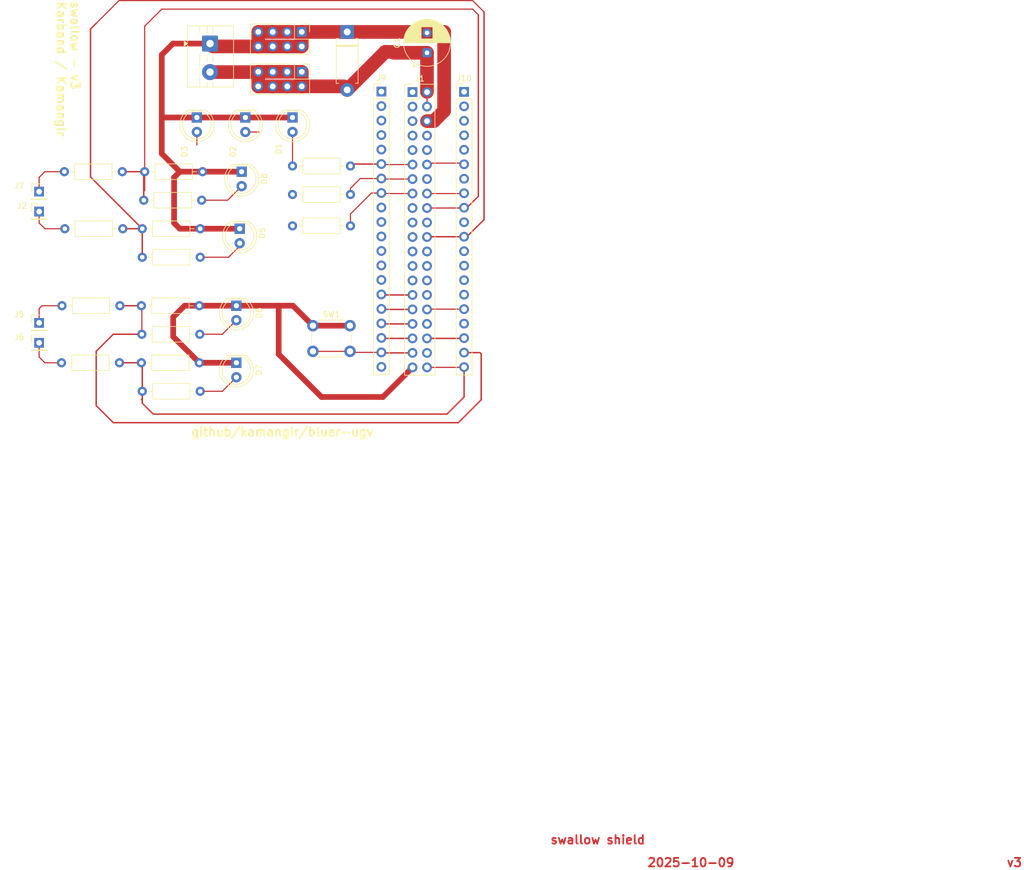
<source format=kicad_pcb>
(kicad_pcb (version 20241229) (generator "pcbnew") (generator_version "9.0")
  (layers (0 "F.Cu" signal) (2 "B.Cu" signal) (13 "F.Paste" user) (15 "B.Paste" user) (5 "F.SilkS" user "F.Silkscreen") (7 "B.SilkS" user "B.Silkscreen") (1 "F.Mask" user) (3 "B.Mask" user) (25 "Edge.Cuts" user))
  (net 0 "")
  (net 1 "Net-(D4-A)")
  (net 2 "Net-(D1-K)")
  (net 3 "Net-(D1-A)")
  (net 4 "Net-(D2-A)")
  (net 5 "Net-(D3-A)")
  (net 6 "Net-(D5-A)")
  (net 7 "Net-(D6-A)")
  (net 8 "Net-(D7-A)")
  (net 9 "Net-(D8-A)")
  (net 11 "Net-(J1-GPIO22)")
  (net 12 "Net-(J1-3V3-Pad1)")
  (net 14 "Net-(J1-PWM1{slash}GPIO13)")
  (net 16 "Net-(J1-GCLK2{slash}GPIO6)")
  (net 19 "Net-(J1-GPIO26)")
  (net 21 "Net-(J1-GPIO23)")
  (net 22 "Net-(J1-GPIO18{slash}PWM0)")
  (net 24 "Net-(J1-GCLK1{slash}GPIO5)")
  (net 26 "Net-(J1-GPIO16)")
  (net 27 "Net-(J1-PWM0{slash}GPIO12)")
  (net 30 "Net-(J1-GPIO19{slash}MISO1)")
  (net 33 "Net-(J2-Pin_1)")
  (net 34 "Net-(J5-Pin_1)")
  (net 35 "Net-(J6-Pin_1)")
  (net 36 "Net-(J7-Pin_1)")
  (net 61 "Net-(J1-GPIO21{slash}SCLK1)")
  (net 62 "Net-(J1-GPIO25)")
  (net 63 "Net-(J1-GPIO20{slash}MOSI1)")
  (net 64 "Net-(J1-GPIO24)")
  (footprint "LED_THT:LED_D5.0mm" (layer "F.Cu") (at 143.92 62.5 -90)
    (property "Reference" "D1" (at 5.5 2.42 90) (layer "F.SilkS"))
    (property "Value" "yellow")
    (pad "1" thru_hole rect (at 0 0 270) (size 1.8 1.8) (drill 0.9) (layers "*.Cu" "*.Mask") (net 2 "Net-(D1-K)"))
    (pad "2" thru_hole circle (at 2.54 0 270) (size 1.8 1.8) (drill 0.9) (layers "*.Cu" "*.Mask") (net 3 "Net-(D1-A)"))
  )
  (footprint "Resistor_THT:R_Axial_DIN0207_L6.3mm_D2.5mm_P10.16mm_Horizontal" (layer "F.Cu") (at 117.58 82)
    (property "Reference" "R5" (hide yes))
    (property "Value" "3.3 kohm")
    (pad "1" thru_hole circle (at 0 0) (size 1.6 1.6) (drill 0.8) (layers "*.Cu" "*.Mask") (net 62 "Net-(J1-GPIO25)"))
    (pad "2" thru_hole circle (at 10.16 0) (size 1.6 1.6) (drill 0.8) (layers "*.Cu" "*.Mask") (net 2 "Net-(D1-K)"))
  )
  (footprint "LED_THT:LED_D5.0mm" (layer "F.Cu") (at 134.08 95.5 -90)
    (property "Reference" "D6" (at 1.27 -3.96 90) (layer "F.SilkS"))
    (property "Value" "blue")
    (pad "1" thru_hole rect (at 0 0 270) (size 1.8 1.8) (drill 0.9) (layers "*.Cu" "*.Mask") (net 2 "Net-(D1-K)"))
    (pad "2" thru_hole circle (at 2.54 0 270) (size 1.8 1.8) (drill 0.9) (layers "*.Cu" "*.Mask") (net 7 "Net-(D6-A)"))
  )
  (footprint "Resistor_THT:R_Axial_DIN0207_L6.3mm_D2.5mm_P10.16mm_Horizontal" (layer "F.Cu") (at 103.42 105.5)
    (property "Reference" "R12" (hide yes))
    (property "Value" "2.2 kohm")
    (pad "1" thru_hole circle (at 0 0) (size 1.6 1.6) (drill 0.8) (layers "*.Cu" "*.Mask") (net 35 "Net-(J6-Pin_1)"))
    (pad "2" thru_hole circle (at 10.16 0) (size 1.6 1.6) (drill 0.8) (layers "*.Cu" "*.Mask") (net 61 "Net-(J1-GPIO21{slash}SCLK1)"))
  )
  (footprint "Connector_PinHeader_2.54mm:PinHeader_1x01_P2.54mm_Vertical" (layer "F.Cu") (at 99.5 102)
    (property "Reference" "J6" (at -3.5 -1 0) (layer "F.SilkS"))
    (property "Value" "echo4")
    (pad "1" thru_hole rect (at 0 0) (size 1.7 1.7) (drill 1) (layers "*.Cu" "*.Mask") (net 35 "Net-(J6-Pin_1)"))
  )
  (footprint "LED_THT:LED_D5.0mm" (layer "F.Cu") (at 135.655 62.5 -90)
    (property "Reference" "D2" (at 6 2.155 90) (layer "F.SilkS"))
    (property "Value" "red")
    (pad "1" thru_hole rect (at 0 0 270) (size 1.8 1.8) (drill 0.9) (layers "*.Cu" "*.Mask") (net 2 "Net-(D1-K)"))
    (pad "2" thru_hole circle (at 2.54 0 270) (size 1.8 1.8) (drill 0.9) (layers "*.Cu" "*.Mask") (net 4 "Net-(D2-A)"))
  )
  (footprint "Connector_PinHeader_2.54mm:PinHeader_1x20_P2.54mm_Vertical" (layer "F.Cu") (at 159.5 57.96)
    (property "Reference" "J9" (at 0 -2.38 0) (layer "F.SilkS"))
    (property "Value" "odds")
    (pad "1" thru_hole rect (at 0 0) (size 1.7 1.7) (drill 1) (layers "*.Cu" "*.Mask"))
    (pad "2" thru_hole circle (at 0 2.54) (size 1.7 1.7) (drill 1) (layers "*.Cu" "*.Mask"))
    (pad "3" thru_hole circle (at 0 5.08) (size 1.7 1.7) (drill 1) (layers "*.Cu" "*.Mask"))
    (pad "4" thru_hole circle (at 0 7.62) (size 1.7 1.7) (drill 1) (layers "*.Cu" "*.Mask"))
    (pad "5" thru_hole circle (at 0 10.16) (size 1.7 1.7) (drill 1) (layers "*.Cu" "*.Mask"))
    (pad "6" thru_hole circle (at 0 12.7) (size 1.7 1.7) (drill 1) (layers "*.Cu" "*.Mask") (net 1 "Net-(D4-A)"))
    (pad "7" thru_hole circle (at 0 15.24) (size 1.7 1.7) (drill 1) (layers "*.Cu" "*.Mask") (net 2 "Net-(D1-K)"))
    (pad "8" thru_hole circle (at 0 17.78) (size 1.7 1.7) (drill 1) (layers "*.Cu" "*.Mask") (net 11 "Net-(J1-GPIO22)"))
    (pad "9" thru_hole circle (at 0 20.32) (size 1.7 1.7) (drill 1) (layers "*.Cu" "*.Mask"))
    (pad "10" thru_hole circle (at 0 22.86) (size 1.7 1.7) (drill 1) (layers "*.Cu" "*.Mask"))
    (pad "11" thru_hole circle (at 0 25.4) (size 1.7 1.7) (drill 1) (layers "*.Cu" "*.Mask"))
    (pad "12" thru_hole circle (at 0 27.94) (size 1.7 1.7) (drill 1) (layers "*.Cu" "*.Mask"))
    (pad "13" thru_hole circle (at 0 30.48) (size 1.7 1.7) (drill 1) (layers "*.Cu" "*.Mask"))
    (pad "14" thru_hole circle (at 0 33.02) (size 1.7 1.7) (drill 1) (layers "*.Cu" "*.Mask"))
    (pad "15" thru_hole circle (at 0 35.56) (size 1.7 1.7) (drill 1) (layers "*.Cu" "*.Mask") (net 24 "Net-(J1-GCLK1{slash}GPIO5)"))
    (pad "16" thru_hole circle (at 0 38.1) (size 1.7 1.7) (drill 1) (layers "*.Cu" "*.Mask") (net 16 "Net-(J1-GCLK2{slash}GPIO6)"))
    (pad "17" thru_hole circle (at 0 40.64) (size 1.7 1.7) (drill 1) (layers "*.Cu" "*.Mask") (net 14 "Net-(J1-PWM1{slash}GPIO13)"))
    (pad "18" thru_hole circle (at 0 43.18) (size 1.7 1.7) (drill 1) (layers "*.Cu" "*.Mask") (net 30 "Net-(J1-GPIO19{slash}MISO1)"))
    (pad "19" thru_hole circle (at 0 45.72) (size 1.7 1.7) (drill 1) (layers "*.Cu" "*.Mask") (net 19 "Net-(J1-GPIO26)"))
    (pad "20" thru_hole circle (at 0 48.26) (size 1.7 1.7) (drill 1) (layers "*.Cu" "*.Mask"))
  )
  (footprint "Connector_PinHeader_2.54mm:PinHeader_2x20_P2.54mm_Vertical" (layer "F.Cu") (at 164.96 58.05)
    (property "Reference" "J1" (at 1.27 -2.38 0) (layer "F.SilkS"))
    (property "Value" "Raspberry_Pi_2_3")
    (pad "1" thru_hole rect (at 0 0) (size 1.7 1.7) (drill 1) (layers "*.Cu" "*.Mask") (net 12 "Net-(J1-3V3-Pad1)"))
    (pad "2" thru_hole circle (at 2.54 0) (size 1.7 1.7) (drill 1) (layers "*.Cu" "*.Mask") (net 1 "Net-(D4-A)"))
    (pad "3" thru_hole circle (at 0 2.54) (size 1.7 1.7) (drill 1) (layers "*.Cu" "*.Mask"))
    (pad "4" thru_hole circle (at 2.54 2.54) (size 1.7 1.7) (drill 1) (layers "*.Cu" "*.Mask") (net 1 "Net-(D4-A)"))
    (pad "5" thru_hole circle (at 0 5.08) (size 1.7 1.7) (drill 1) (layers "*.Cu" "*.Mask"))
    (pad "6" thru_hole circle (at 2.54 5.08) (size 1.7 1.7) (drill 1) (layers "*.Cu" "*.Mask") (net 2 "Net-(D1-K)"))
    (pad "7" thru_hole circle (at 0 7.62) (size 1.7 1.7) (drill 1) (layers "*.Cu" "*.Mask"))
    (pad "8" thru_hole circle (at 2.54 7.62) (size 1.7 1.7) (drill 1) (layers "*.Cu" "*.Mask"))
    (pad "9" thru_hole circle (at 0 10.16) (size 1.7 1.7) (drill 1) (layers "*.Cu" "*.Mask") (net 2 "Net-(D1-K)"))
    (pad "10" thru_hole circle (at 2.54 10.16) (size 1.7 1.7) (drill 1) (layers "*.Cu" "*.Mask"))
    (pad "11" thru_hole circle (at 0 12.7) (size 1.7 1.7) (drill 1) (layers "*.Cu" "*.Mask") (net 1 "Net-(D4-A)"))
    (pad "12" thru_hole circle (at 2.54 12.7) (size 1.7 1.7) (drill 1) (layers "*.Cu" "*.Mask") (net 22 "Net-(J1-GPIO18{slash}PWM0)"))
    (pad "13" thru_hole circle (at 0 15.24) (size 1.7 1.7) (drill 1) (layers "*.Cu" "*.Mask") (net 2 "Net-(D1-K)"))
    (pad "14" thru_hole circle (at 2.54 15.24) (size 1.7 1.7) (drill 1) (layers "*.Cu" "*.Mask") (net 2 "Net-(D1-K)"))
    (pad "15" thru_hole circle (at 0 17.78) (size 1.7 1.7) (drill 1) (layers "*.Cu" "*.Mask") (net 11 "Net-(J1-GPIO22)"))
    (pad "16" thru_hole circle (at 2.54 17.78) (size 1.7 1.7) (drill 1) (layers "*.Cu" "*.Mask") (net 21 "Net-(J1-GPIO23)"))
    (pad "17" thru_hole circle (at 0 20.32) (size 1.7 1.7) (drill 1) (layers "*.Cu" "*.Mask") (net 12 "Net-(J1-3V3-Pad1)"))
    (pad "18" thru_hole circle (at 2.54 20.32) (size 1.7 1.7) (drill 1) (layers "*.Cu" "*.Mask") (net 64 "Net-(J1-GPIO24)"))
    (pad "19" thru_hole circle (at 0 22.86) (size 1.7 1.7) (drill 1) (layers "*.Cu" "*.Mask"))
    (pad "20" thru_hole circle (at 2.54 22.86) (size 1.7 1.7) (drill 1) (layers "*.Cu" "*.Mask") (net 2 "Net-(D1-K)"))
    (pad "21" thru_hole circle (at 0 25.4) (size 1.7 1.7) (drill 1) (layers "*.Cu" "*.Mask"))
    (pad "22" thru_hole circle (at 2.54 25.4) (size 1.7 1.7) (drill 1) (layers "*.Cu" "*.Mask") (net 62 "Net-(J1-GPIO25)"))
    (pad "23" thru_hole circle (at 0 27.94) (size 1.7 1.7) (drill 1) (layers "*.Cu" "*.Mask"))
    (pad "24" thru_hole circle (at 2.54 27.94) (size 1.7 1.7) (drill 1) (layers "*.Cu" "*.Mask"))
    (pad "25" thru_hole circle (at 0 30.48) (size 1.7 1.7) (drill 1) (layers "*.Cu" "*.Mask") (net 2 "Net-(D1-K)"))
    (pad "26" thru_hole circle (at 2.54 30.48) (size 1.7 1.7) (drill 1) (layers "*.Cu" "*.Mask"))
    (pad "27" thru_hole circle (at 0 33.02) (size 1.7 1.7) (drill 1) (layers "*.Cu" "*.Mask"))
    (pad "28" thru_hole circle (at 2.54 33.02) (size 1.7 1.7) (drill 1) (layers "*.Cu" "*.Mask"))
    (pad "29" thru_hole circle (at 0 35.56) (size 1.7 1.7) (drill 1) (layers "*.Cu" "*.Mask") (net 24 "Net-(J1-GCLK1{slash}GPIO5)"))
    (pad "30" thru_hole circle (at 2.54 35.56) (size 1.7 1.7) (drill 1) (layers "*.Cu" "*.Mask") (net 2 "Net-(D1-K)"))
    (pad "31" thru_hole circle (at 0 38.1) (size 1.7 1.7) (drill 1) (layers "*.Cu" "*.Mask") (net 16 "Net-(J1-GCLK2{slash}GPIO6)"))
    (pad "32" thru_hole circle (at 2.54 38.1) (size 1.7 1.7) (drill 1) (layers "*.Cu" "*.Mask") (net 27 "Net-(J1-PWM0{slash}GPIO12)"))
    (pad "33" thru_hole circle (at 0 40.64) (size 1.7 1.7) (drill 1) (layers "*.Cu" "*.Mask") (net 14 "Net-(J1-PWM1{slash}GPIO13)"))
    (pad "34" thru_hole circle (at 2.54 40.64) (size 1.7 1.7) (drill 1) (layers "*.Cu" "*.Mask") (net 2 "Net-(D1-K)"))
    (pad "35" thru_hole circle (at 0 43.18) (size 1.7 1.7) (drill 1) (layers "*.Cu" "*.Mask") (net 30 "Net-(J1-GPIO19{slash}MISO1)"))
    (pad "36" thru_hole circle (at 2.54 43.18) (size 1.7 1.7) (drill 1) (layers "*.Cu" "*.Mask") (net 26 "Net-(J1-GPIO16)"))
    (pad "37" thru_hole circle (at 0 45.72) (size 1.7 1.7) (drill 1) (layers "*.Cu" "*.Mask") (net 19 "Net-(J1-GPIO26)"))
    (pad "38" thru_hole circle (at 2.54 45.72) (size 1.7 1.7) (drill 1) (layers "*.Cu" "*.Mask") (net 63 "Net-(J1-GPIO20{slash}MOSI1)"))
    (pad "39" thru_hole circle (at 0 48.26) (size 1.7 1.7) (drill 1) (layers "*.Cu" "*.Mask") (net 2 "Net-(D1-K)"))
    (pad "40" thru_hole circle (at 2.54 48.26) (size 1.7 1.7) (drill 1) (layers "*.Cu" "*.Mask") (net 61 "Net-(J1-GPIO21{slash}SCLK1)"))
  )
  (footprint "Capacitor_THT:CP_Radial_D8.0mm_P3.50mm" (layer "F.Cu") (at 167.5 51.152651 90)
    (property "Reference" "C1" (at 1.75 -5.25 90) (layer "F.SilkS"))
    (property "Value" "470 µF" (hide yes))
    (pad "1" thru_hole roundrect (at 0 0 90) (size 1.6 1.6) (drill 0.8) (layers "*.Cu" "*.Mask") (roundrect_rratio 0.15625) (net 1 "Net-(D4-A)"))
    (pad "2" thru_hole circle (at 3.5 0 90) (size 1.6 1.6) (drill 0.8) (layers "*.Cu" "*.Mask") (net 2 "Net-(D1-K)"))
  )
  (footprint "Resistor_THT:R_Axial_DIN0207_L6.3mm_D2.5mm_P10.16mm_Horizontal" (layer "F.Cu") (at 104 82)
    (property "Reference" "R4" (hide yes))
    (property "Value" "2.2 kohm")
    (pad "1" thru_hole circle (at 0 0) (size 1.6 1.6) (drill 0.8) (layers "*.Cu" "*.Mask") (net 33 "Net-(J2-Pin_1)"))
    (pad "2" thru_hole circle (at 10.16 0) (size 1.6 1.6) (drill 0.8) (layers "*.Cu" "*.Mask") (net 62 "Net-(J1-GPIO25)"))
  )
  (footprint "Resistor_THT:R_Axial_DIN0207_L6.3mm_D2.5mm_P10.16mm_Horizontal" (layer "F.Cu") (at 103.92 72)
    (property "Reference" "R15" (hide yes))
    (property "Value" "2.2 kohm")
    (pad "1" thru_hole circle (at 0 0) (size 1.6 1.6) (drill 0.8) (layers "*.Cu" "*.Mask") (net 36 "Net-(J7-Pin_1)"))
    (pad "2" thru_hole circle (at 10.16 0) (size 1.6 1.6) (drill 0.8) (layers "*.Cu" "*.Mask") (net 64 "Net-(J1-GPIO24)"))
  )
  (footprint "Resistor_THT:R_Axial_DIN0207_L6.3mm_D2.5mm_P10.16mm_Horizontal" (layer "F.Cu") (at 143.92 81.5)
    (property "Reference" "R3" (hide yes))
    (property "Value" "330 ohm")
    (pad "1" thru_hole circle (at 0 0) (size 1.6 1.6) (drill 0.8) (layers "*.Cu" "*.Mask") (net 5 "Net-(D3-A)"))
    (pad "2" thru_hole circle (at 10.16 0) (size 1.6 1.6) (drill 0.8) (layers "*.Cu" "*.Mask") (net 11 "Net-(J1-GPIO22)"))
  )
  (footprint "Resistor_THT:R_Axial_DIN0207_L6.3mm_D2.5mm_P10.16mm_Horizontal" (layer "F.Cu") (at 117.42 95.5)
    (property "Reference" "R7" (hide yes))
    (property "Value" "3.3 kohm")
    (pad "1" thru_hole circle (at 0 0) (size 1.6 1.6) (drill 0.8) (layers "*.Cu" "*.Mask") (net 63 "Net-(J1-GPIO20{slash}MOSI1)"))
    (pad "2" thru_hole circle (at 10.16 0) (size 1.6 1.6) (drill 0.8) (layers "*.Cu" "*.Mask") (net 2 "Net-(D1-K)"))
  )
  (footprint "Resistor_THT:R_Axial_DIN0207_L6.3mm_D2.5mm_P10.16mm_Horizontal" (layer "F.Cu") (at 128 77 180)
    (property "Reference" "R14" (hide yes))
    (property "Value" "330 ohm")
    (pad "1" thru_hole circle (at 0 0 180) (size 1.6 1.6) (drill 0.8) (layers "*.Cu" "*.Mask") (net 9 "Net-(D8-A)"))
    (pad "2" thru_hole circle (at 10.16 0 180) (size 1.6 1.6) (drill 0.8) (layers "*.Cu" "*.Mask") (net 64 "Net-(J1-GPIO24)"))
  )
  (footprint "Diode_THT:D_DO-15_P10.16mm_Horizontal" (layer "F.Cu") (at 153.5 47.5 -90)
    (property "Reference" "D4" (hide yes))
    (property "Value" "P6KE6.8A" (hide yes))
    (pad "1" thru_hole roundrect (at 0 0 270) (size 2.4 2.4) (drill 1.2) (layers "*.Cu" "*.Mask") (roundrect_rratio 0.104167) (net 2 "Net-(D1-K)"))
    (pad "2" thru_hole circle (at 10.16 0 270) (size 2.4 2.4) (drill 1.2) (layers "*.Cu" "*.Mask") (net 1 "Net-(D4-A)"))
  )
  (footprint "Connector_PinHeader_2.54mm:PinHeader_2x04_P2.54mm_Vertical" (layer "F.Cu") (at 145.54 54.5 -90)
    (property "Reference" "J4" (hide yes))
    (property "Value" "VCC" (hide yes))
    (pad "1" thru_hole rect (at 0 0 270) (size 1.7 1.7) (drill 1) (layers "*.Cu" "*.Mask") (net 1 "Net-(D4-A)"))
    (pad "2" thru_hole circle (at 2.54 0 270) (size 1.7 1.7) (drill 1) (layers "*.Cu" "*.Mask") (net 1 "Net-(D4-A)"))
    (pad "3" thru_hole circle (at 0 2.54 270) (size 1.7 1.7) (drill 1) (layers "*.Cu" "*.Mask") (net 1 "Net-(D4-A)"))
    (pad "4" thru_hole circle (at 2.54 2.54 270) (size 1.7 1.7) (drill 1) (layers "*.Cu" "*.Mask") (net 1 "Net-(D4-A)"))
    (pad "5" thru_hole circle (at 0 5.08 270) (size 1.7 1.7) (drill 1) (layers "*.Cu" "*.Mask") (net 1 "Net-(D4-A)"))
    (pad "6" thru_hole circle (at 2.54 5.08 270) (size 1.7 1.7) (drill 1) (layers "*.Cu" "*.Mask") (net 1 "Net-(D4-A)"))
    (pad "7" thru_hole circle (at 0 7.62 270) (size 1.7 1.7) (drill 1) (layers "*.Cu" "*.Mask") (net 1 "Net-(D4-A)"))
    (pad "8" thru_hole circle (at 2.54 7.62 270) (size 1.7 1.7) (drill 1) (layers "*.Cu" "*.Mask") (net 1 "Net-(D4-A)"))
  )
  (footprint "Connector_PinHeader_2.54mm:PinHeader_1x01_P2.54mm_Vertical" (layer "F.Cu") (at 99.5 98.5)
    (property "Reference" "J5" (at -3.5 -1.5 0) (layer "F.SilkS"))
    (property "Value" "echo3")
    (pad "1" thru_hole rect (at 0 0) (size 1.7 1.7) (drill 1) (layers "*.Cu" "*.Mask") (net 34 "Net-(J5-Pin_1)"))
  )
  (footprint "Connector_PinHeader_2.54mm:PinHeader_1x01_P2.54mm_Vertical" (layer "F.Cu") (at 99.5 79)
    (property "Reference" "J2" (at -3 -1 0) (layer "F.SilkS"))
    (property "Value" "echo2")
    (pad "1" thru_hole rect (at 0 0) (size 1.7 1.7) (drill 1) (layers "*.Cu" "*.Mask") (net 33 "Net-(J2-Pin_1)"))
  )
  (footprint "TerminalBlock:TerminalBlock_MaiXu_MX126-5.0-02P_1x02_P5.00mm" (layer "F.Cu") (at 129.46 49.54 -90)
    (property "Reference" "J8" (hide yes))
    (property "Value" "power terminal")
    (pad "1" thru_hole roundrect (at 0 0 270) (size 2.8 2.8) (drill 1.3) (layers "*.Cu" "*.Mask") (roundrect_rratio 0.089286) (net 2 "Net-(D1-K)"))
    (pad "2" thru_hole circle (at 5 0 270) (size 2.8 2.8) (drill 1.3) (layers "*.Cu" "*.Mask") (net 1 "Net-(D4-A)"))
  )
  (footprint "Resistor_THT:R_Axial_DIN0207_L6.3mm_D2.5mm_P10.16mm_Horizontal" (layer "F.Cu") (at 117.42 105.5)
    (property "Reference" "R10" (hide yes))
    (property "Value" "3.3 kohm")
    (pad "1" thru_hole circle (at 0 0) (size 1.6 1.6) (drill 0.8) (layers "*.Cu" "*.Mask") (net 61 "Net-(J1-GPIO21{slash}SCLK1)"))
    (pad "2" thru_hole circle (at 10.16 0) (size 1.6 1.6) (drill 0.8) (layers "*.Cu" "*.Mask") (net 2 "Net-(D1-K)"))
  )
  (footprint "Connector_PinHeader_2.54mm:PinHeader_1x20_P2.54mm_Vertical" (layer "F.Cu") (at 174 58)
    (property "Reference" "J10" (at 0 -2.38 0) (layer "F.SilkS"))
    (property "Value" "evens")
    (pad "1" thru_hole rect (at 0 0) (size 1.7 1.7) (drill 1) (layers "*.Cu" "*.Mask"))
    (pad "2" thru_hole circle (at 0 2.54) (size 1.7 1.7) (drill 1) (layers "*.Cu" "*.Mask"))
    (pad "3" thru_hole circle (at 0 5.08) (size 1.7 1.7) (drill 1) (layers "*.Cu" "*.Mask"))
    (pad "4" thru_hole circle (at 0 7.62) (size 1.7 1.7) (drill 1) (layers "*.Cu" "*.Mask"))
    (pad "5" thru_hole circle (at 0 10.16) (size 1.7 1.7) (drill 1) (layers "*.Cu" "*.Mask"))
    (pad "6" thru_hole circle (at 0 12.7) (size 1.7 1.7) (drill 1) (layers "*.Cu" "*.Mask") (net 22 "Net-(J1-GPIO18{slash}PWM0)"))
    (pad "7" thru_hole circle (at 0 15.24) (size 1.7 1.7) (drill 1) (layers "*.Cu" "*.Mask"))
    (pad "8" thru_hole circle (at 0 17.78) (size 1.7 1.7) (drill 1) (layers "*.Cu" "*.Mask") (net 21 "Net-(J1-GPIO23)"))
    (pad "9" thru_hole circle (at 0 20.32) (size 1.7 1.7) (drill 1) (layers "*.Cu" "*.Mask") (net 64 "Net-(J1-GPIO24)"))
    (pad "10" thru_hole circle (at 0 22.86) (size 1.7 1.7) (drill 1) (layers "*.Cu" "*.Mask"))
    (pad "11" thru_hole circle (at 0 25.4) (size 1.7 1.7) (drill 1) (layers "*.Cu" "*.Mask") (net 62 "Net-(J1-GPIO25)"))
    (pad "12" thru_hole circle (at 0 27.94) (size 1.7 1.7) (drill 1) (layers "*.Cu" "*.Mask"))
    (pad "13" thru_hole circle (at 0 30.48) (size 1.7 1.7) (drill 1) (layers "*.Cu" "*.Mask"))
    (pad "14" thru_hole circle (at 0 33.02) (size 1.7 1.7) (drill 1) (layers "*.Cu" "*.Mask"))
    (pad "15" thru_hole circle (at 0 35.56) (size 1.7 1.7) (drill 1) (layers "*.Cu" "*.Mask"))
    (pad "16" thru_hole circle (at 0 38.1) (size 1.7 1.7) (drill 1) (layers "*.Cu" "*.Mask") (net 27 "Net-(J1-PWM0{slash}GPIO12)"))
    (pad "17" thru_hole circle (at 0 40.64) (size 1.7 1.7) (drill 1) (layers "*.Cu" "*.Mask"))
    (pad "18" thru_hole circle (at 0 43.18) (size 1.7 1.7) (drill 1) (layers "*.Cu" "*.Mask") (net 26 "Net-(J1-GPIO16)"))
    (pad "19" thru_hole circle (at 0 45.72) (size 1.7 1.7) (drill 1) (layers "*.Cu" "*.Mask") (net 63 "Net-(J1-GPIO20{slash}MOSI1)"))
    (pad "20" thru_hole circle (at 0 48.26) (size 1.7 1.7) (drill 1) (layers "*.Cu" "*.Mask") (net 61 "Net-(J1-GPIO21{slash}SCLK1)"))
  )
  (footprint "Resistor_THT:R_Axial_DIN0207_L6.3mm_D2.5mm_P10.16mm_Horizontal" (layer "F.Cu") (at 118 72)
    (property "Reference" "R13" (hide yes))
    (property "Value" "3.3 kohm")
    (pad "1" thru_hole circle (at 0 0) (size 1.6 1.6) (drill 0.8) (layers "*.Cu" "*.Mask") (net 64 "Net-(J1-GPIO24)"))
    (pad "2" thru_hole circle (at 10.16 0) (size 1.6 1.6) (drill 0.8) (layers "*.Cu" "*.Mask") (net 2 "Net-(D1-K)"))
  )
  (footprint "Connector_PinHeader_2.54mm:PinHeader_1x01_P2.54mm_Vertical" (layer "F.Cu") (at 99.5 75.5)
    (property "Reference" "J7" (at -3.5 -1 0) (layer "F.SilkS"))
    (property "Value" "echo1")
    (pad "1" thru_hole rect (at 0 0) (size 1.7 1.7) (drill 1) (layers "*.Cu" "*.Mask") (net 36 "Net-(J7-Pin_1)"))
  )
  (footprint "Resistor_THT:R_Axial_DIN0207_L6.3mm_D2.5mm_P10.16mm_Horizontal" (layer "F.Cu") (at 143.92 71)
    (property "Reference" "R1" (hide yes))
    (property "Value" "330 ohm")
    (pad "1" thru_hole circle (at 0 0) (size 1.6 1.6) (drill 0.8) (layers "*.Cu" "*.Mask") (net 3 "Net-(D1-A)"))
    (pad "2" thru_hole circle (at 10.16 0) (size 1.6 1.6) (drill 0.8) (layers "*.Cu" "*.Mask") (net 1 "Net-(D4-A)"))
  )
  (footprint "Resistor_THT:R_Axial_DIN0207_L6.3mm_D2.5mm_P10.16mm_Horizontal" (layer "F.Cu") (at 127.66 100.5 180)
    (property "Reference" "R8" (hide yes))
    (property "Value" "330 ohm")
    (pad "1" thru_hole circle (at 0 0 180) (size 1.6 1.6) (drill 0.8) (layers "*.Cu" "*.Mask") (net 7 "Net-(D6-A)"))
    (pad "2" thru_hole circle (at 10.16 0 180) (size 1.6 1.6) (drill 0.8) (layers "*.Cu" "*.Mask") (net 63 "Net-(J1-GPIO20{slash}MOSI1)"))
  )
  (footprint "LED_THT:LED_D5.0mm" (layer "F.Cu") (at 134.08 105.5 -90)
    (property "Reference" "D7" (at 1.27 -3.96 90) (layer "F.SilkS"))
    (property "Value" "blue")
    (pad "1" thru_hole rect (at 0 0 270) (size 1.8 1.8) (drill 0.9) (layers "*.Cu" "*.Mask") (net 2 "Net-(D1-K)"))
    (pad "2" thru_hole circle (at 2.54 0 270) (size 1.8 1.8) (drill 0.9) (layers "*.Cu" "*.Mask") (net 8 "Net-(D7-A)"))
  )
  (footprint "Resistor_THT:R_Axial_DIN0207_L6.3mm_D2.5mm_P10.16mm_Horizontal" (layer "F.Cu") (at 117.58 110.5)
    (property "Reference" "R11" (hide yes))
    (property "Value" "330 ohm")
    (pad "1" thru_hole circle (at 0 0) (size 1.6 1.6) (drill 0.8) (layers "*.Cu" "*.Mask") (net 61 "Net-(J1-GPIO21{slash}SCLK1)"))
    (pad "2" thru_hole circle (at 10.16 0) (size 1.6 1.6) (drill 0.8) (layers "*.Cu" "*.Mask") (net 8 "Net-(D7-A)"))
  )
  (footprint "LED_THT:LED_D5.0mm" (layer "F.Cu") (at 134.66 82 -90)
    (property "Reference" "D5" (at 0.77 -3.96 90) (layer "F.SilkS"))
    (property "Value" "blue")
    (pad "1" thru_hole rect (at 0 0 270) (size 1.8 1.8) (drill 0.9) (layers "*.Cu" "*.Mask") (net 2 "Net-(D1-K)"))
    (pad "2" thru_hole circle (at 2.54 0 270) (size 1.8 1.8) (drill 0.9) (layers "*.Cu" "*.Mask") (net 6 "Net-(D5-A)"))
  )
  (footprint "Resistor_THT:R_Axial_DIN0207_L6.3mm_D2.5mm_P10.16mm_Horizontal" (layer "F.Cu") (at 103.5 95.5)
    (property "Reference" "R9" (hide yes))
    (property "Value" "2.2 kohm")
    (pad "1" thru_hole circle (at 0 0) (size 1.6 1.6) (drill 0.8) (layers "*.Cu" "*.Mask") (net 34 "Net-(J5-Pin_1)"))
    (pad "2" thru_hole circle (at 10.16 0) (size 1.6 1.6) (drill 0.8) (layers "*.Cu" "*.Mask") (net 63 "Net-(J1-GPIO20{slash}MOSI1)"))
  )
  (footprint "LED_THT:LED_D5.0mm" (layer "F.Cu") (at 135 72 -90)
    (property "Reference" "D8" (at 1.27 -3.96 90) (layer "F.SilkS"))
    (property "Value" "blue")
    (pad "1" thru_hole rect (at 0 0 270) (size 1.8 1.8) (drill 0.9) (layers "*.Cu" "*.Mask") (net 2 "Net-(D1-K)"))
    (pad "2" thru_hole circle (at 2.54 0 270) (size 1.8 1.8) (drill 0.9) (layers "*.Cu" "*.Mask") (net 9 "Net-(D8-A)"))
  )
  (footprint "LED_THT:LED_D5.0mm" (layer "F.Cu") (at 127.155 62.5 -90)
    (property "Reference" "D3" (at 6 2.155 90) (layer "F.SilkS"))
    (property "Value" "green")
    (pad "1" thru_hole rect (at 0 0 270) (size 1.8 1.8) (drill 0.9) (layers "*.Cu" "*.Mask") (net 2 "Net-(D1-K)"))
    (pad "2" thru_hole circle (at 2.54 0 270) (size 1.8 1.8) (drill 0.9) (layers "*.Cu" "*.Mask") (net 5 "Net-(D3-A)"))
  )
  (footprint "Resistor_THT:R_Axial_DIN0207_L6.3mm_D2.5mm_P10.16mm_Horizontal" (layer "F.Cu") (at 117.58 87)
    (property "Reference" "R6" (hide yes))
    (property "Value" "330 ohm")
    (pad "1" thru_hole circle (at 0 0) (size 1.6 1.6) (drill 0.8) (layers "*.Cu" "*.Mask") (net 62 "Net-(J1-GPIO25)"))
    (pad "2" thru_hole circle (at 10.16 0) (size 1.6 1.6) (drill 0.8) (layers "*.Cu" "*.Mask") (net 6 "Net-(D5-A)"))
  )
  (footprint "Button_Switch_THT:SW_PUSH_6mm" (layer "F.Cu") (at 147.5 99)
    (property "Reference" "SW1" (at 3.25 -2 0) (layer "F.SilkS"))
    (property "Value" "SW_Push")
    (pad "1" thru_hole circle (at 0 0 90) (size 2 2) (drill 1.1) (layers "*.Cu" "*.Mask") (net 2 "Net-(D1-K)"))
    (pad "1" thru_hole circle (at 6.5 0 90) (size 2 2) (drill 1.1) (layers "*.Cu" "*.Mask") (net 2 "Net-(D1-K)"))
    (pad "2" thru_hole circle (at 0 4.5 90) (size 2 2) (drill 1.1) (layers "*.Cu" "*.Mask") (net 19 "Net-(J1-GPIO26)"))
    (pad "2" thru_hole circle (at 6.5 4.5 90) (size 2 2) (drill 1.1) (layers "*.Cu" "*.Mask") (net 19 "Net-(J1-GPIO26)"))
  )
  (footprint "Connector_PinHeader_2.54mm:PinHeader_2x04_P2.54mm_Vertical" (layer "F.Cu") (at 145.54 47.5 -90)
    (property "Reference" "J3" (hide yes))
    (property "Value" "ground" (hide yes))
    (pad "1" thru_hole rect (at 0 0 270) (size 1.7 1.7) (drill 1) (layers "*.Cu" "*.Mask") (net 2 "Net-(D1-K)"))
    (pad "2" thru_hole circle (at 2.54 0 270) (size 1.7 1.7) (drill 1) (layers "*.Cu" "*.Mask") (net 2 "Net-(D1-K)"))
    (pad "3" thru_hole circle (at 0 2.54 270) (size 1.7 1.7) (drill 1) (layers "*.Cu" "*.Mask") (net 2 "Net-(D1-K)"))
    (pad "4" thru_hole circle (at 2.54 2.54 270) (size 1.7 1.7) (drill 1) (layers "*.Cu" "*.Mask") (net 2 "Net-(D1-K)"))
    (pad "5" thru_hole circle (at 0 5.08 270) (size 1.7 1.7) (drill 1) (layers "*.Cu" "*.Mask") (net 2 "Net-(D1-K)"))
    (pad "6" thru_hole circle (at 2.54 5.08 270) (size 1.7 1.7) (drill 1) (layers "*.Cu" "*.Mask") (net 2 "Net-(D1-K)"))
    (pad "7" thru_hole circle (at 0 7.62 270) (size 1.7 1.7) (drill 1) (layers "*.Cu" "*.Mask") (net 2 "Net-(D1-K)"))
    (pad "8" thru_hole circle (at 2.54 7.62 270) (size 1.7 1.7) (drill 1) (layers "*.Cu" "*.Mask") (net 2 "Net-(D1-K)"))
  )
  (footprint "Resistor_THT:R_Axial_DIN0207_L6.3mm_D2.5mm_P10.16mm_Horizontal" (layer "F.Cu") (at 143.92 76)
    (property "Reference" "R2" (hide yes))
    (property "Value" "330 ohm")
    (pad "1" thru_hole circle (at 0 0) (size 1.6 1.6) (drill 0.8) (layers "*.Cu" "*.Mask") (net 4 "Net-(D2-A)"))
    (pad "2" thru_hole circle (at 10.16 0) (size 1.6 1.6) (drill 0.8) (layers "*.Cu" "*.Mask") (net 2 "Net-(D1-K)"))
  )
  (gr_line (start 167.5 58) (end 167.5 51.152651) (stroke (width 2.4)) (layer "F.Cu") (net 1))
  (gr_line (start 167.5 70.5) (end 174 70.5) (stroke (width 0.2)) (layer "F.Cu") (net 22))
  (gr_text "swallow shield" (at 189 190 0) (layer "F.Cu") (effects (font (size 1.5 1.5) (thickness 0.3) (bold yes)) (justify left bottom)))
  (gr_text "v3" (at 269 194 0) (layer "F.Cu") (effects (font (size 1.5 1.5) (thickness 0.3) (bold yes)) (justify left bottom)))
  (gr_text "2025-10-09" (at 206 194 0) (layer "F.Cu") (effects (font (size 1.5 1.5) (thickness 0.3) (bold yes)) (justify left bottom)))
  (gr_text "github/kamangir/bluer-ugv" (at 126 118.5 0) (layer "F.SilkS") (effects (font (size 1.5 1.5) (thickness 0.3) (bold yes)) (justify left bottom)))
  (gr_text "swallow - v3\nKarband / Kamangir" (at 102.5 42 270) (layer "F.SilkS") (effects (font (size 1.5 1.5) (thickness 0.3) (bold yes)) (justify left bottom)))
  (segment (start 159.5 70.66) (end 154.42 70.66) (width 0.25) (layer "F.Cu") (net 1))
  (segment (start 137.88 54.54) (end 137.92 54.5) (width 2.4) (layer "F.Cu") (net 1))
  (segment (start 160.16 51) (end 161.5 51) (width 2.4) (layer "F.Cu") (net 1))
  (segment (start 137.92 54.5) (end 140.46 54.5) (width 2.4) (layer "F.Cu") (net 1))
  (segment (start 145.54 57.04) (end 143 57.04) (width 2.4) (layer "F.Cu") (net 1))
  (segment (start 140.46 54.5) (end 143 54.5) (width 2.4) (layer "F.Cu") (net 1))
  (segment (start 143 54.5) (end 145.54 54.5) (width 2.4) (layer "F.Cu") (net 1))
  (segment (start 129.46 54.54) (end 137.88 54.54) (width 2.4) (layer "F.Cu") (net 1))
  (segment (start 140.46 57.04) (end 137.92 57.04) (width 2.4) (layer "F.Cu") (net 1))
  (segment (start 164.96 70.75) (end 159.59 70.75) (width 0.2) (layer "F.Cu") (net 1))
  (segment (start 152.88 57.04) (end 153.5 57.66) (width 2.4) (layer "F.Cu") (net 1))
  (segment (start 161.652651 51.152651) (end 167.5 51.152651) (width 2.4) (layer "F.Cu") (net 1))
  (segment (start 145.54 57.04) (end 152.88 57.04) (width 2.4) (layer "F.Cu") (net 1))
  (segment (start 145.54 54.5) (end 145.54 57.04) (width 2.4) (layer "F.Cu") (net 1))
  (segment (start 160.16 51) (end 153.5 57.66) (width 2.4) (layer "F.Cu") (net 1))
  (segment (start 167.5 60.59) (end 167.5 58.05) (width 0.2) (layer "F.Cu") (net 1))
  (segment (start 154.42 70.66) (end 154.08 71) (width 0.2) (layer "F.Cu") (net 1))
  (segment (start 161.5 51) (end 161.652651 51.152651) (width 0.2) (layer "F.Cu") (net 1))
  (segment (start 143 57.04) (end 140.46 57.04) (width 2.4) (layer "F.Cu") (net 1))
  (segment (start 137.92 57.04) (end 137.92 54.5) (width 2.4) (layer "F.Cu") (net 1))
  (segment (start 137.92 47.5) (end 137.92 50.04) (width 2.4) (layer "F.Cu") (net 2))
  (segment (start 123 100.92) (end 123 97.5) (width 1) (layer "F.Cu") (net 2))
  (segment (start 127.58 105.5) (end 134.08 105.5) (width 1) (layer "F.Cu") (net 2))
  (segment (start 170.5 61.332081) (end 168.702081 63.13) (width 2.4) (layer "F.Cu") (net 2))
  (segment (start 129.96 50.04) (end 129.46 49.54) (width 0.2) (layer "F.Cu") (net 2))
  (segment (start 128.16 72) (end 135 72) (width 1) (layer "F.Cu") (net 2))
  (segment (start 123.16 73) (end 124.16 72) (width 1) (layer "F.Cu") (net 2))
  (segment (start 141.5 104) (end 141.5 95.5) (width 1) (layer "F.Cu") (net 2))
  (segment (start 123.16 81) (end 123.16 73) (width 1) (layer "F.Cu") (net 2))
  (segment (start 143 50.04) (end 145.54 50.04) (width 2.4) (layer "F.Cu") (net 2))
  (segment (start 135.655 62.5) (end 143.92 62.5) (width 1) (layer "F.Cu") (net 2))
  (segment (start 124.16 72) (end 128.16 72) (width 1) (layer "F.Cu") (net 2))
  (segment (start 147.5 99) (end 154 99) (width 1) (layer "F.Cu") (net 2))
  (segment (start 149 111.5) (end 141.5 104) (width 1) (layer "F.Cu") (net 2))
  (segment (start 159.77 111.5) (end 149 111.5) (width 1) (layer "F.Cu") (net 2))
  (segment (start 125 95.5) (end 127.58 95.5) (width 1) (layer "F.Cu") (net 2))
  (segment (start 167.652651 47.5) (end 170.5 47.5) (width 2.4) (layer "F.Cu") (net 2))
  (segment (start 127.74 82) (end 124.16 82) (width 1) (layer "F.Cu") (net 2))
  (segment (start 140.46 47.5) (end 137.92 47.5) (width 2.4) (layer "F.Cu") (net 2))
  (segment (start 143 47.5) (end 145.54 47.5) (width 2.4) (layer "F.Cu") (net 2))
  (segment (start 155.8 73.2) (end 154.08 74.92) (width 0.2) (layer "F.Cu") (net 2))
  (segment (start 137.92 50.04) (end 140.46 50.04) (width 2.4) (layer "F.Cu") (net 2))
  (segment (start 122.96 49.54) (end 121 51.5) (width 1) (layer "F.Cu") (net 2))
  (segment (start 167.347349 47.5) (end 167.5 47.652651) (width 2.4) (layer "F.Cu") (net 2))
  (segment (start 168.702081 63.13) (end 167.5 63.13) (width 2.4) (layer "F.Cu") (net 2))
  (segment (start 143 95.5) (end 141.5 95.5) (width 1) (layer "F.Cu") (net 2))
  (segment (start 127.155 62.5) (end 135.655 62.5) (width 1) (layer "F.Cu") (net 2))
  (segment (start 159.5 73.2) (end 155.8 73.2) (width 0.2) (layer "F.Cu") (net 2))
  (segment (start 127.155 62.5) (end 121.5 62.5) (width 1) (layer "F.Cu") (net 2))
  (segment (start 121 68.84) (end 124.16 72) (width 1) (layer "F.Cu") (net 2))
  (segment (start 121 51.5) (end 121 62) (width 1) (layer "F.Cu") (net 2))
  (segment (start 153.5 47.5) (end 145.54 47.5) (width 2.4) (layer "F.Cu") (net 2))
  (segment (start 154.08 74.92) (end 154.08 76) (width 0.2) (layer "F.Cu") (net 2))
  (segment (start 124.16 82) (end 123.16 81) (width 1) (layer "F.Cu") (net 2))
  (segment (start 164.96 73.29) (end 159.59 73.29) (width 0.2) (layer "F.Cu") (net 2))
  (segment (start 164.96 106.31) (end 159.77 111.5) (width 1) (layer "F.Cu") (net 2))
  (segment (start 147.5 99) (end 144 95.5) (width 1) (layer "F.Cu") (net 2))
  (segment (start 140.46 50.04) (end 143 50.04) (width 2.4) (layer "F.Cu") (net 2))
  (segment (start 121.5 62.5) (end 121 62) (width 0.2) (layer "F.Cu") (net 2))
  (segment (start 134.16 82) (end 134.66 82.5) (width 0.2) (layer "F.Cu") (net 2))
  (segment (start 127.58 105.5) (end 123 100.92) (width 1) (layer "F.Cu") (net 2))
  (segment (start 167.5 47.652651) (end 167.652651 47.5) (width 2.4) (layer "F.Cu") (net 2))
  (segment (start 121 62) (end 121 68.84) (width 1) (layer "F.Cu") (net 2))
  (segment (start 123 97.5) (end 125 95.5) (width 1) (layer "F.Cu") (net 2))
  (segment (start 153.5 47.5) (end 167.347349 47.5) (width 2.4) (layer "F.Cu") (net 2))
  (segment (start 127.74 82) (end 134.16 82) (width 1) (layer "F.Cu") (net 2))
  (segment (start 137.92 50.04) (end 129.96 50.04) (width 2.4) (layer "F.Cu") (net 2))
  (segment (start 143 47.5) (end 140.46 47.5) (width 2.4) (layer "F.Cu") (net 2))
  (segment (start 127.58 95.5) (end 134.08 95.5) (width 1) (layer "F.Cu") (net 2))
  (segment (start 141.5 95.5) (end 134.08 95.5) (width 1) (layer "F.Cu") (net 2))
  (segment (start 170.5 47.5) (end 170.5 61.332081) (width 2.4) (layer "F.Cu") (net 2))
  (segment (start 145.54 50.04) (end 145.54 47.5) (width 2.4) (layer "F.Cu") (net 2))
  (segment (start 129.46 49.54) (end 122.96 49.54) (width 1) (layer "F.Cu") (net 2))
  (segment (start 144 95.5) (end 143 95.5) (width 1) (layer "F.Cu") (net 2))
  (segment (start 143.92 71) (end 143.92 65.04) (width 0.2) (layer "F.Cu") (net 3))
  (segment (start 138.04 65.04) (end 135.655 65.04) (width 0.2) (layer "F.Cu") (net 4))
  (segment (start 127.155 67.315) (end 127.155 65.04) (width 0.2) (layer "F.Cu") (net 5))
  (segment (start 132.7 87) (end 134.66 85.04) (width 0.2) (layer "F.Cu") (net 6))
  (segment (start 134.66 85.04) (end 134.66 84.54) (width 0.2) (layer "F.Cu") (net 6))
  (segment (start 127.74 87) (end 132.7 87) (width 0.2) (layer "F.Cu") (net 6))
  (segment (start 127.66 100.5) (end 131.62 100.5) (width 0.2) (layer "F.Cu") (net 7))
  (segment (start 131.62 100.5) (end 134.08 98.04) (width 0.2) (layer "F.Cu") (net 7))
  (segment (start 131.62 110.5) (end 134.08 108.04) (width 0.2) (layer "F.Cu") (net 8))
  (segment (start 127.74 110.5) (end 131.62 110.5) (width 0.2) (layer "F.Cu") (net 8))
  (segment (start 132.54 77) (end 135 74.54) (width 0.2) (layer "F.Cu") (net 9))
  (segment (start 128 77) (end 132.54 77) (width 0.2) (layer "F.Cu") (net 9))
  (segment (start 157.76 75.74) (end 154.08 79.42) (width 0.2) (layer "F.Cu") (net 11))
  (segment (start 164.96 75.83) (end 159.59 75.83) (width 0.2) (layer "F.Cu") (net 11))
  (segment (start 159.5 75.74) (end 157.76 75.74) (width 0.2) (layer "F.Cu") (net 11))
  (segment (start 154.08 79.42) (end 154.08 81.5) (width 0.2) (layer "F.Cu") (net 11))
  (segment (start 159.59 98.69) (end 159.5 98.6) (width 0.2) (layer "F.Cu") (net 14))
  (segment (start 164.96 98.69) (end 159.59 98.69) (width 0.25) (layer "F.Cu") (net 14))
  (segment (start 159.59 96.15) (end 159.5 96.06) (width 0.2) (layer "F.Cu") (net 16))
  (segment (start 164.96 96.15) (end 159.59 96.15) (width 0.25) (layer "F.Cu") (net 16))
  (segment (start 164.96 103.77) (end 159.59 103.77) (width 0.25) (layer "F.Cu") (net 19))
  (segment (start 154 103.5) (end 147.5 103.5) (width 0.2) (layer "F.Cu") (net 19))
  (segment (start 159.59 103.77) (end 159.5 103.68) (width 0.2) (layer "F.Cu") (net 19))
  (segment (start 159.5 103.68) (end 154.18 103.68) (width 0.2) (layer "F.Cu") (net 19))
  (segment (start 154.18 103.68) (end 154 103.5) (width 0.2) (layer "F.Cu") (net 19))
  (segment (start 167.5 75.83) (end 173.95 75.83) (width 0.2) (layer "F.Cu") (net 21))
  (segment (start 173.95 75.83) (end 174 75.78) (width 0.2) (layer "F.Cu") (net 21))
  (segment (start 173.78 76.5) (end 174.5 75.78) (width 0.2) (layer "F.Cu") (net 21))
  (segment (start 167.5 70.75) (end 167.55 70.7) (width 0.2) (layer "F.Cu") (net 22))
  (segment (start 159.59 93.61) (end 159.5 93.52) (width 0.2) (layer "F.Cu") (net 24))
  (segment (start 164.96 93.61) (end 159.59 93.61) (width 0.25) (layer "F.Cu") (net 24))
  (segment (start 174.32 101) (end 174.5 101.18) (width 0.25) (layer "F.Cu") (net 26))
  (segment (start 173.95 101.23) (end 174 101.18) (width 0.25) (layer "F.Cu") (net 26))
  (segment (start 167.5 101.23) (end 173.95 101.23) (width 0.25) (layer "F.Cu") (net 26))
  (segment (start 167.5 101.23) (end 167.73 101) (width 0.25) (layer "F.Cu") (net 26))
  (segment (start 172.95 96.1) (end 173 96.15) (width 0.2) (layer "F.Cu") (net 27))
  (segment (start 167.55 96.1) (end 172.95 96.1) (width 0.2) (layer "F.Cu") (net 27))
  (segment (start 167.5 96.15) (end 167.55 96.1) (width 0.2) (layer "F.Cu") (net 27))
  (segment (start 159.59 101.23) (end 159.5 101.14) (width 0.2) (layer "F.Cu") (net 30))
  (segment (start 164.96 101.23) (end 159.59 101.23) (width 0.25) (layer "F.Cu") (net 30))
  (segment (start 99.5 81) (end 99.5 79) (width 0.2) (layer "F.Cu") (net 33))
  (segment (start 104 82) (end 100.5 82) (width 0.2) (layer "F.Cu") (net 33))
  (segment (start 100.5 82) (end 99.5 81) (width 0.2) (layer "F.Cu") (net 33))
  (segment (start 103.5 95.5) (end 100 95.5) (width 0.2) (layer "F.Cu") (net 34))
  (segment (start 99.5 96) (end 99.5 98.5) (width 0.2) (layer "F.Cu") (net 34))
  (segment (start 100 95.5) (end 99.5 96) (width 0.2) (layer "F.Cu") (net 34))
  (segment (start 100.5 105.5) (end 99.5 104.5) (width 0.2) (layer "F.Cu") (net 35))
  (segment (start 99.92 102) (end 99.5 102) (width 0.2) (layer "F.Cu") (net 35))
  (segment (start 103.42 105.5) (end 100.5 105.5) (width 0.2) (layer "F.Cu") (net 35))
  (segment (start 99.5 102) (end 99.5 102.5) (width 0.25) (layer "F.Cu") (net 35))
  (segment (start 99.5 104.5) (end 99.5 102) (width 0.2) (layer "F.Cu") (net 35))
  (segment (start 99.5 75.5) (end 99.5 75) (width 0.25) (layer "F.Cu") (net 36))
  (segment (start 103.92 72) (end 100.5 72) (width 0.2) (layer "F.Cu") (net 36))
  (segment (start 100.5 72) (end 99.5 73) (width 0.2) (layer "F.Cu") (net 36))
  (segment (start 99.5 73) (end 99.5 75.5) (width 0.2) (layer "F.Cu") (net 36))
  (segment (start 117.58 112.58) (end 117.58 110.5) (width 0.25) (layer "F.Cu") (net 61))
  (segment (start 119.5 114.5) (end 117.58 112.58) (width 0.25) (layer "F.Cu") (net 61))
  (segment (start 167.5 106.31) (end 173.95 106.31) (width 0.2) (layer "F.Cu") (net 61))
  (segment (start 174 111.5) (end 171 114.5) (width 0.25) (layer "F.Cu") (net 61))
  (segment (start 117.58 105.66) (end 117.42 105.5) (width 0.25) (layer "F.Cu") (net 61))
  (segment (start 113.58 105.5) (end 117.42 105.5) (width 0.25) (layer "F.Cu") (net 61))
  (segment (start 174 106.26) (end 174 111.5) (width 0.25) (layer "F.Cu") (net 61))
  (segment (start 117.42 111.92) (end 117.5 112) (width 0.25) (layer "F.Cu") (net 61))
  (segment (start 171 114.5) (end 119.5 114.5) (width 0.25) (layer "F.Cu") (net 61))
  (segment (start 117.58 110.5) (end 117.58 105.66) (width 0.25) (layer "F.Cu") (net 61))
  (segment (start 108.5 47) (end 109.5 46) (width 0.25) (layer "F.Cu") (net 62))
  (segment (start 117.58 82) (end 108.5 72.92) (width 0.25) (layer "F.Cu") (net 62))
  (segment (start 113.5 42) (end 109.5 46) (width 0.2) (layer "F.Cu") (net 62))
  (segment (start 177.5 44) (end 177.5 80.4) (width 0.25) (layer "F.Cu") (net 62))
  (segment (start 117.58 87) (end 117.58 82) (width 0.25) (layer "F.Cu") (net 62))
  (segment (start 174.5 83.4) (end 167.55 83.4) (width 0.25) (layer "F.Cu") (net 62))
  (segment (start 177.5 80.4) (end 174.5 83.4) (width 0.25) (layer "F.Cu") (net 62))
  (segment (start 177.5 44) (end 175.5 42) (width 0.2) (layer "F.Cu") (net 62))
  (segment (start 117.5 82.08) (end 117.58 82) (width 0.25) (layer "F.Cu") (net 62))
  (segment (start 108.5 72.92) (end 108.5 47) (width 0.25) (layer "F.Cu") (net 62))
  (segment (start 167.55 83.4) (end 167.5 83.45) (width 0.25) (layer "F.Cu") (net 62))
  (segment (start 175.5 42) (end 113.5 42) (width 0.2) (layer "F.Cu") (net 62))
  (segment (start 114.16 82) (end 117.58 82) (width 0.25) (layer "F.Cu") (net 62))
  (segment (start 177 112) (end 177 103.94) (width 0.25) (layer "F.Cu") (net 63))
  (segment (start 177 103.94) (end 176.78 103.72) (width 0.25) (layer "F.Cu") (net 63))
  (segment (start 173 116) (end 177 112) (width 0.25) (layer "F.Cu") (net 63))
  (segment (start 109.5 103.5) (end 109.5 113) (width 0.25) (layer "F.Cu") (net 63))
  (segment (start 112.5 116) (end 173 116) (width 0.25) (layer "F.Cu") (net 63))
  (segment (start 117.5 95.58) (end 117.42 95.5) (width 0.25) (layer "F.Cu") (net 63))
  (segment (start 109.5 113) (end 112.5 116) (width 0.25) (layer "F.Cu") (net 63))
  (segment (start 117.5 100.5) (end 112.5 100.5) (width 0.25) (layer "F.Cu") (net 63))
  (segment (start 176.78 103.72) (end 174 103.72) (width 0.25) (layer "F.Cu") (net 63))
  (segment (start 112.5 100.5) (end 109.5 103.5) (width 0.25) (layer "F.Cu") (net 63))
  (segment (start 113.66 95.5) (end 117.42 95.5) (width 0.25) (layer "F.Cu") (net 63))
  (segment (start 117.5 100.5) (end 117.5 95.58) (width 0.2) (layer "F.Cu") (net 63))
  (segment (start 114.08 72) (end 118 72) (width 0.25) (layer "F.Cu") (net 64))
  (segment (start 173.95 78.37) (end 173 78.37) (width 0.25) (layer "F.Cu") (net 64))
  (segment (start 118 72) (end 118.16 71.84) (width 0.2) (layer "F.Cu") (net 64))
  (segment (start 121 43.5) (end 175.5 43.5) (width 0.2) (layer "F.Cu") (net 64))
  (segment (start 176.5 76.32) (end 174.5 78.32) (width 0.25) (layer "F.Cu") (net 64))
  (segment (start 118 72.5) (end 117.92 72.58) (width 0.2) (layer "F.Cu") (net 64))
  (segment (start 118 75.34) (end 118 46.5) (width 0.2) (layer "F.Cu") (net 64))
  (segment (start 117.84 77) (end 117.84 72.16) (width 0.25) (layer "F.Cu") (net 64))
  (segment (start 175.5 43.5) (end 176.5 44.5) (width 0.2) (layer "F.Cu") (net 64))
  (segment (start 174.5 78.32) (end 174 78.32) (width 0.25) (layer "F.Cu") (net 64))
  (segment (start 118 72) (end 118 72.5) (width 0.2) (layer "F.Cu") (net 64))
  (segment (start 174 78.32) (end 173.95 78.37) (width 0.25) (layer "F.Cu") (net 64))
  (segment (start 118 46.5) (end 121 43.5) (width 0.2) (layer "F.Cu") (net 64))
  (segment (start 167.5 78.37) (end 173 78.37) (width 0.2) (layer "F.Cu") (net 64))
  (segment (start 117.84 72.16) (end 118 72) (width 0.2) (layer "F.Cu") (net 64))
  (segment (start 176.5 44.5) (end 176.5 76.32) (width 0.25) (layer "F.Cu") (net 64))
)
</source>
